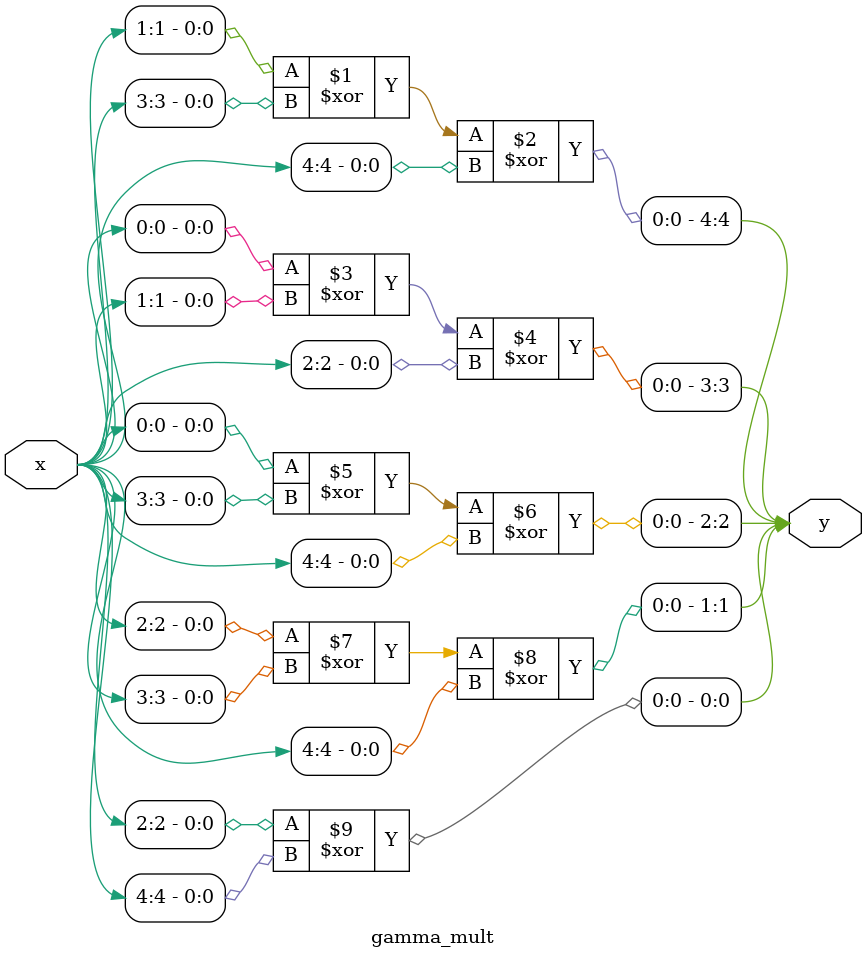
<source format=sv>
`timescale 1ns/1ps
module gamma_mult(input [4:0] x, output [4:0] y);
  assign y[4] = x[1] ^ x[3] ^ x[4];
  assign y[3] = x[0] ^ x[1] ^ x[2];
  assign y[2] = x[0] ^ x[3] ^ x[4];
  assign y[1] = x[2] ^ x[3] ^ x[4];
  assign y[0] = x[2] ^ x[4];
endmodule
</source>
